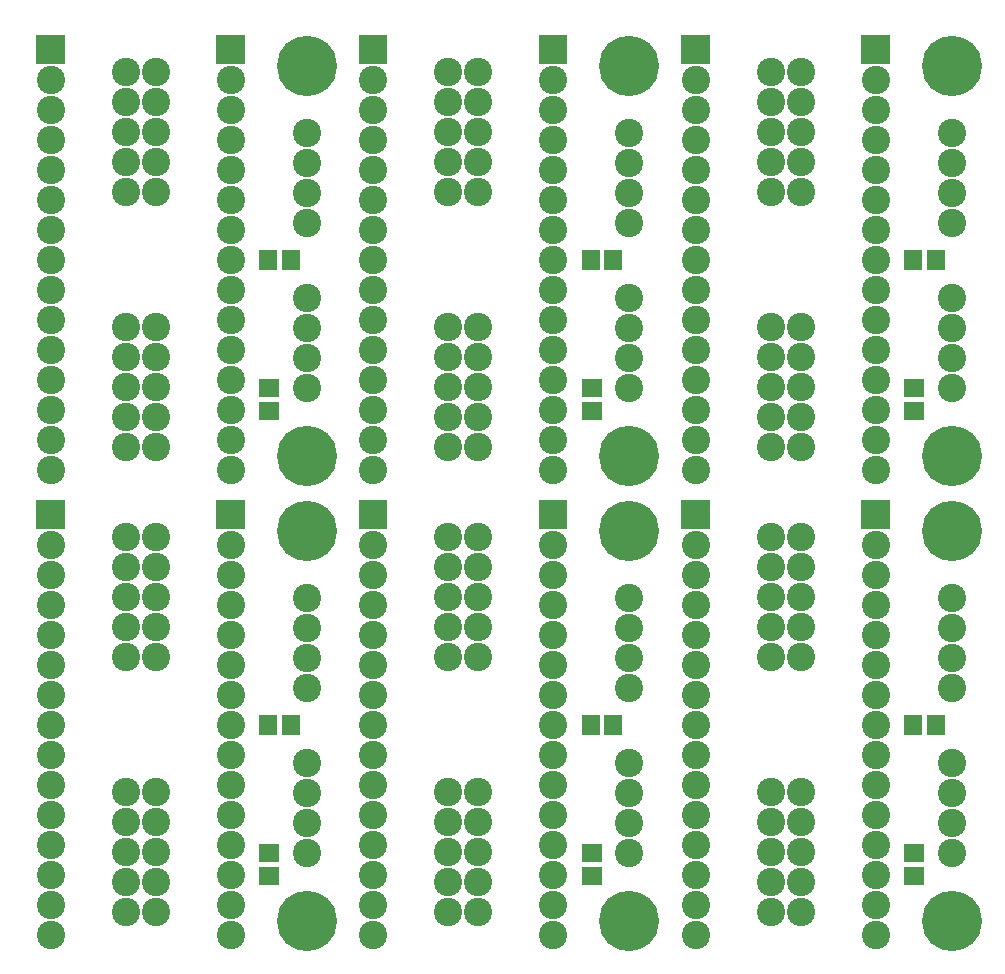
<source format=gbr>
%FSLAX34Y34*%
%MOMM*%
%LNSOLDERMASK_TOP*%
G71*
G01*
%ADD10C, 2.124*%
%ADD11C, 2.400*%
%ADD12R, 1.500X1.800*%
%ADD13R, 1.800X1.500*%
%ADD14C, 5.100*%
%LPD*%
X126200Y-278546D02*
G54D10*
D03*
X100800Y-278546D02*
G54D10*
D03*
X126200Y-303946D02*
G54D10*
D03*
X100800Y-303946D02*
G54D10*
D03*
X126200Y-329346D02*
G54D10*
D03*
X100800Y-329346D02*
G54D10*
D03*
X126200Y-354746D02*
G54D10*
D03*
X100800Y-354746D02*
G54D10*
D03*
X126200Y-380146D02*
G54D10*
D03*
X100800Y-380146D02*
G54D10*
D03*
G36*
X178200Y-32096D02*
X201200Y-32096D01*
X201200Y-55096D01*
X178200Y-55096D01*
X178200Y-32096D01*
G37*
G36*
X25800Y-32096D02*
X48800Y-32096D01*
X48800Y-55096D01*
X25800Y-55096D01*
X25800Y-32096D01*
G37*
X126200Y-62646D02*
G54D10*
D03*
X100800Y-62646D02*
G54D10*
D03*
X126200Y-88046D02*
G54D10*
D03*
X100800Y-88046D02*
G54D10*
D03*
X126200Y-113446D02*
G54D10*
D03*
X100800Y-113446D02*
G54D10*
D03*
X126200Y-138846D02*
G54D10*
D03*
X100800Y-138846D02*
G54D10*
D03*
X126200Y-164246D02*
G54D10*
D03*
X100800Y-164246D02*
G54D10*
D03*
G36*
X25300Y-31596D02*
X49300Y-31596D01*
X49300Y-55596D01*
X25300Y-55596D01*
X25300Y-31596D01*
G37*
G36*
X177700Y-31596D02*
X201700Y-31596D01*
X201700Y-55596D01*
X177700Y-55596D01*
X177700Y-31596D01*
G37*
X37300Y-68996D02*
G54D11*
D03*
X37300Y-94396D02*
G54D11*
D03*
X37300Y-119742D02*
G54D11*
D03*
X37300Y-145196D02*
G54D11*
D03*
X37300Y-170596D02*
G54D11*
D03*
X37300Y-195996D02*
G54D11*
D03*
X37300Y-221396D02*
G54D11*
D03*
X37300Y-246796D02*
G54D11*
D03*
X37300Y-272196D02*
G54D11*
D03*
X37300Y-297596D02*
G54D11*
D03*
X37300Y-322996D02*
G54D11*
D03*
X37300Y-348396D02*
G54D11*
D03*
X37300Y-373796D02*
G54D11*
D03*
X37300Y-399196D02*
G54D11*
D03*
X189700Y-399196D02*
G54D11*
D03*
X189700Y-373796D02*
G54D11*
D03*
X189700Y-348396D02*
G54D11*
D03*
X189700Y-322996D02*
G54D11*
D03*
X189700Y-297596D02*
G54D11*
D03*
X189700Y-272196D02*
G54D11*
D03*
X189700Y-246796D02*
G54D11*
D03*
X189700Y-221396D02*
G54D11*
D03*
X189700Y-195996D02*
G54D11*
D03*
X189700Y-170596D02*
G54D11*
D03*
X189700Y-145196D02*
G54D11*
D03*
X189700Y-119796D02*
G54D11*
D03*
X189700Y-94396D02*
G54D11*
D03*
X189700Y-68996D02*
G54D11*
D03*
X100800Y-62646D02*
G54D11*
D03*
X126200Y-62646D02*
G54D11*
D03*
X126200Y-88046D02*
G54D11*
D03*
X100800Y-88046D02*
G54D11*
D03*
X100800Y-113446D02*
G54D11*
D03*
X100800Y-138846D02*
G54D11*
D03*
X100800Y-164246D02*
G54D11*
D03*
X126200Y-164246D02*
G54D11*
D03*
X126200Y-138846D02*
G54D11*
D03*
X126200Y-113446D02*
G54D11*
D03*
X100800Y-278546D02*
G54D11*
D03*
X126200Y-278546D02*
G54D11*
D03*
X126200Y-303946D02*
G54D11*
D03*
X100800Y-303946D02*
G54D11*
D03*
X100800Y-329346D02*
G54D11*
D03*
X126200Y-329346D02*
G54D11*
D03*
X126200Y-354746D02*
G54D11*
D03*
X100800Y-354746D02*
G54D11*
D03*
X100800Y-380146D02*
G54D11*
D03*
X126200Y-380146D02*
G54D11*
D03*
X254000Y-190500D02*
G54D11*
D03*
X254000Y-165100D02*
G54D11*
D03*
X254000Y-139700D02*
G54D11*
D03*
X254000Y-114300D02*
G54D11*
D03*
X254000Y-330200D02*
G54D11*
D03*
X254000Y-304800D02*
G54D11*
D03*
X254000Y-279400D02*
G54D11*
D03*
X254000Y-254000D02*
G54D11*
D03*
X221396Y-221396D02*
G54D12*
D03*
X240396Y-221396D02*
G54D12*
D03*
X222250Y-330200D02*
G54D13*
D03*
X222250Y-349200D02*
G54D13*
D03*
X254000Y-190500D02*
G54D11*
D03*
X254000Y-330200D02*
G54D11*
D03*
X254000Y-387350D02*
G54D14*
D03*
X254000Y-57150D02*
G54D14*
D03*
X399250Y-278546D02*
G54D10*
D03*
X373850Y-278546D02*
G54D10*
D03*
X399250Y-303946D02*
G54D10*
D03*
X373850Y-303946D02*
G54D10*
D03*
X399250Y-329346D02*
G54D10*
D03*
X373850Y-329346D02*
G54D10*
D03*
X399250Y-354746D02*
G54D10*
D03*
X373850Y-354746D02*
G54D10*
D03*
X399250Y-380146D02*
G54D10*
D03*
X373850Y-380146D02*
G54D10*
D03*
G36*
X451250Y-32096D02*
X474250Y-32096D01*
X474250Y-55096D01*
X451250Y-55096D01*
X451250Y-32096D01*
G37*
G36*
X298850Y-32096D02*
X321850Y-32096D01*
X321850Y-55096D01*
X298850Y-55096D01*
X298850Y-32096D01*
G37*
X399250Y-62646D02*
G54D10*
D03*
X373850Y-62646D02*
G54D10*
D03*
X399250Y-88046D02*
G54D10*
D03*
X373850Y-88046D02*
G54D10*
D03*
X399250Y-113446D02*
G54D10*
D03*
X373850Y-113446D02*
G54D10*
D03*
X399250Y-138846D02*
G54D10*
D03*
X373850Y-138846D02*
G54D10*
D03*
X399250Y-164246D02*
G54D10*
D03*
X373850Y-164246D02*
G54D10*
D03*
G36*
X298350Y-31596D02*
X322350Y-31596D01*
X322350Y-55596D01*
X298350Y-55596D01*
X298350Y-31596D01*
G37*
G36*
X450750Y-31596D02*
X474750Y-31596D01*
X474750Y-55596D01*
X450750Y-55596D01*
X450750Y-31596D01*
G37*
X310350Y-68996D02*
G54D11*
D03*
X310350Y-94396D02*
G54D11*
D03*
X310350Y-119742D02*
G54D11*
D03*
X310350Y-145196D02*
G54D11*
D03*
X310350Y-170596D02*
G54D11*
D03*
X310350Y-195996D02*
G54D11*
D03*
X310350Y-221396D02*
G54D11*
D03*
X310350Y-246796D02*
G54D11*
D03*
X310350Y-272196D02*
G54D11*
D03*
X310350Y-297596D02*
G54D11*
D03*
X310350Y-322996D02*
G54D11*
D03*
X310350Y-348396D02*
G54D11*
D03*
X310350Y-373796D02*
G54D11*
D03*
X310350Y-399196D02*
G54D11*
D03*
X462750Y-399196D02*
G54D11*
D03*
X462750Y-373796D02*
G54D11*
D03*
X462750Y-348396D02*
G54D11*
D03*
X462750Y-322996D02*
G54D11*
D03*
X462750Y-297596D02*
G54D11*
D03*
X462750Y-272196D02*
G54D11*
D03*
X462750Y-246796D02*
G54D11*
D03*
X462750Y-221396D02*
G54D11*
D03*
X462750Y-195996D02*
G54D11*
D03*
X462750Y-170596D02*
G54D11*
D03*
X462750Y-145196D02*
G54D11*
D03*
X462750Y-119796D02*
G54D11*
D03*
X462750Y-94396D02*
G54D11*
D03*
X462750Y-68996D02*
G54D11*
D03*
X373850Y-62646D02*
G54D11*
D03*
X399250Y-62646D02*
G54D11*
D03*
X399250Y-88046D02*
G54D11*
D03*
X373850Y-88046D02*
G54D11*
D03*
X373850Y-113446D02*
G54D11*
D03*
X373850Y-138846D02*
G54D11*
D03*
X373850Y-164246D02*
G54D11*
D03*
X399250Y-164246D02*
G54D11*
D03*
X399250Y-138846D02*
G54D11*
D03*
X399250Y-113446D02*
G54D11*
D03*
X373850Y-278546D02*
G54D11*
D03*
X399250Y-278546D02*
G54D11*
D03*
X399250Y-303946D02*
G54D11*
D03*
X373850Y-303946D02*
G54D11*
D03*
X373850Y-329346D02*
G54D11*
D03*
X399250Y-329346D02*
G54D11*
D03*
X399250Y-354746D02*
G54D11*
D03*
X373850Y-354746D02*
G54D11*
D03*
X373850Y-380146D02*
G54D11*
D03*
X399250Y-380146D02*
G54D11*
D03*
X527050Y-190500D02*
G54D11*
D03*
X527050Y-165100D02*
G54D11*
D03*
X527050Y-139700D02*
G54D11*
D03*
X527050Y-114300D02*
G54D11*
D03*
X527050Y-330200D02*
G54D11*
D03*
X527050Y-304800D02*
G54D11*
D03*
X527050Y-279400D02*
G54D11*
D03*
X527050Y-254000D02*
G54D11*
D03*
X494446Y-221396D02*
G54D12*
D03*
X513446Y-221396D02*
G54D12*
D03*
X495300Y-330200D02*
G54D13*
D03*
X495300Y-349200D02*
G54D13*
D03*
X527050Y-190500D02*
G54D11*
D03*
X527050Y-330200D02*
G54D11*
D03*
X527050Y-387350D02*
G54D14*
D03*
X527050Y-57150D02*
G54D14*
D03*
X672300Y-278546D02*
G54D10*
D03*
X646900Y-278546D02*
G54D10*
D03*
X672300Y-303946D02*
G54D10*
D03*
X646900Y-303946D02*
G54D10*
D03*
X672300Y-329346D02*
G54D10*
D03*
X646900Y-329346D02*
G54D10*
D03*
X672300Y-354746D02*
G54D10*
D03*
X646900Y-354746D02*
G54D10*
D03*
X672300Y-380146D02*
G54D10*
D03*
X646900Y-380146D02*
G54D10*
D03*
G36*
X724300Y-32096D02*
X747300Y-32096D01*
X747300Y-55096D01*
X724300Y-55096D01*
X724300Y-32096D01*
G37*
G36*
X571900Y-32096D02*
X594900Y-32096D01*
X594900Y-55096D01*
X571900Y-55096D01*
X571900Y-32096D01*
G37*
X672300Y-62646D02*
G54D10*
D03*
X646900Y-62646D02*
G54D10*
D03*
X672300Y-88046D02*
G54D10*
D03*
X646900Y-88046D02*
G54D10*
D03*
X672300Y-113446D02*
G54D10*
D03*
X646900Y-113446D02*
G54D10*
D03*
X672300Y-138846D02*
G54D10*
D03*
X646900Y-138846D02*
G54D10*
D03*
X672300Y-164246D02*
G54D10*
D03*
X646900Y-164246D02*
G54D10*
D03*
G36*
X571400Y-31596D02*
X595400Y-31596D01*
X595400Y-55596D01*
X571400Y-55596D01*
X571400Y-31596D01*
G37*
G36*
X723800Y-31596D02*
X747800Y-31596D01*
X747800Y-55596D01*
X723800Y-55596D01*
X723800Y-31596D01*
G37*
X583400Y-68996D02*
G54D11*
D03*
X583400Y-94396D02*
G54D11*
D03*
X583400Y-119742D02*
G54D11*
D03*
X583400Y-145196D02*
G54D11*
D03*
X583400Y-170596D02*
G54D11*
D03*
X583400Y-195996D02*
G54D11*
D03*
X583400Y-221396D02*
G54D11*
D03*
X583400Y-246796D02*
G54D11*
D03*
X583400Y-272196D02*
G54D11*
D03*
X583400Y-297596D02*
G54D11*
D03*
X583400Y-322996D02*
G54D11*
D03*
X583400Y-348396D02*
G54D11*
D03*
X583400Y-373796D02*
G54D11*
D03*
X583400Y-399196D02*
G54D11*
D03*
X735800Y-399196D02*
G54D11*
D03*
X735800Y-373796D02*
G54D11*
D03*
X735800Y-348396D02*
G54D11*
D03*
X735800Y-322996D02*
G54D11*
D03*
X735800Y-297596D02*
G54D11*
D03*
X735800Y-272196D02*
G54D11*
D03*
X735800Y-246796D02*
G54D11*
D03*
X735800Y-221396D02*
G54D11*
D03*
X735800Y-195996D02*
G54D11*
D03*
X735800Y-170596D02*
G54D11*
D03*
X735800Y-145196D02*
G54D11*
D03*
X735800Y-119796D02*
G54D11*
D03*
X735800Y-94396D02*
G54D11*
D03*
X735800Y-68996D02*
G54D11*
D03*
X646900Y-62646D02*
G54D11*
D03*
X672300Y-62646D02*
G54D11*
D03*
X672300Y-88046D02*
G54D11*
D03*
X646900Y-88046D02*
G54D11*
D03*
X646900Y-113446D02*
G54D11*
D03*
X646900Y-138846D02*
G54D11*
D03*
X646900Y-164246D02*
G54D11*
D03*
X672300Y-164246D02*
G54D11*
D03*
X672300Y-138846D02*
G54D11*
D03*
X672300Y-113446D02*
G54D11*
D03*
X646900Y-278546D02*
G54D11*
D03*
X672300Y-278546D02*
G54D11*
D03*
X672300Y-303946D02*
G54D11*
D03*
X646900Y-303946D02*
G54D11*
D03*
X646900Y-329346D02*
G54D11*
D03*
X672300Y-329346D02*
G54D11*
D03*
X672300Y-354746D02*
G54D11*
D03*
X646900Y-354746D02*
G54D11*
D03*
X646900Y-380146D02*
G54D11*
D03*
X672300Y-380146D02*
G54D11*
D03*
X800100Y-190500D02*
G54D11*
D03*
X800100Y-165100D02*
G54D11*
D03*
X800100Y-139700D02*
G54D11*
D03*
X800100Y-114300D02*
G54D11*
D03*
X800100Y-330200D02*
G54D11*
D03*
X800100Y-304800D02*
G54D11*
D03*
X800100Y-279400D02*
G54D11*
D03*
X800100Y-254000D02*
G54D11*
D03*
X767496Y-221396D02*
G54D12*
D03*
X786496Y-221396D02*
G54D12*
D03*
X768350Y-330200D02*
G54D13*
D03*
X768350Y-349200D02*
G54D13*
D03*
X800100Y-190500D02*
G54D11*
D03*
X800100Y-330200D02*
G54D11*
D03*
X800100Y-387350D02*
G54D14*
D03*
X800100Y-57150D02*
G54D14*
D03*
X126200Y-672246D02*
G54D10*
D03*
X100800Y-672246D02*
G54D10*
D03*
X126200Y-697646D02*
G54D10*
D03*
X100800Y-697646D02*
G54D10*
D03*
X126200Y-723046D02*
G54D10*
D03*
X100800Y-723046D02*
G54D10*
D03*
X126200Y-748446D02*
G54D10*
D03*
X100800Y-748446D02*
G54D10*
D03*
X126200Y-773846D02*
G54D10*
D03*
X100800Y-773846D02*
G54D10*
D03*
G36*
X178200Y-425796D02*
X201200Y-425796D01*
X201200Y-448796D01*
X178200Y-448796D01*
X178200Y-425796D01*
G37*
G36*
X25800Y-425796D02*
X48800Y-425796D01*
X48800Y-448796D01*
X25800Y-448796D01*
X25800Y-425796D01*
G37*
X126200Y-456346D02*
G54D10*
D03*
X100800Y-456346D02*
G54D10*
D03*
X126200Y-481746D02*
G54D10*
D03*
X100800Y-481746D02*
G54D10*
D03*
X126200Y-507146D02*
G54D10*
D03*
X100800Y-507146D02*
G54D10*
D03*
X126200Y-532546D02*
G54D10*
D03*
X100800Y-532546D02*
G54D10*
D03*
X126200Y-557946D02*
G54D10*
D03*
X100800Y-557946D02*
G54D10*
D03*
G36*
X25300Y-425296D02*
X49300Y-425296D01*
X49300Y-449296D01*
X25300Y-449296D01*
X25300Y-425296D01*
G37*
G36*
X177700Y-425296D02*
X201700Y-425296D01*
X201700Y-449296D01*
X177700Y-449296D01*
X177700Y-425296D01*
G37*
X37300Y-462696D02*
G54D11*
D03*
X37300Y-488096D02*
G54D11*
D03*
X37300Y-513442D02*
G54D11*
D03*
X37300Y-538896D02*
G54D11*
D03*
X37300Y-564296D02*
G54D11*
D03*
X37300Y-589696D02*
G54D11*
D03*
X37300Y-615096D02*
G54D11*
D03*
X37300Y-640496D02*
G54D11*
D03*
X37300Y-665896D02*
G54D11*
D03*
X37300Y-691296D02*
G54D11*
D03*
X37300Y-716696D02*
G54D11*
D03*
X37300Y-742096D02*
G54D11*
D03*
X37300Y-767496D02*
G54D11*
D03*
X37300Y-792896D02*
G54D11*
D03*
X189700Y-792896D02*
G54D11*
D03*
X189700Y-767496D02*
G54D11*
D03*
X189700Y-742096D02*
G54D11*
D03*
X189700Y-716696D02*
G54D11*
D03*
X189700Y-691296D02*
G54D11*
D03*
X189700Y-665896D02*
G54D11*
D03*
X189700Y-640496D02*
G54D11*
D03*
X189700Y-615096D02*
G54D11*
D03*
X189700Y-589696D02*
G54D11*
D03*
X189700Y-564296D02*
G54D11*
D03*
X189700Y-538896D02*
G54D11*
D03*
X189700Y-513496D02*
G54D11*
D03*
X189700Y-488096D02*
G54D11*
D03*
X189700Y-462696D02*
G54D11*
D03*
X100800Y-456346D02*
G54D11*
D03*
X126200Y-456346D02*
G54D11*
D03*
X126200Y-481746D02*
G54D11*
D03*
X100800Y-481746D02*
G54D11*
D03*
X100800Y-507146D02*
G54D11*
D03*
X100800Y-532546D02*
G54D11*
D03*
X100800Y-557946D02*
G54D11*
D03*
X126200Y-557946D02*
G54D11*
D03*
X126200Y-532546D02*
G54D11*
D03*
X126200Y-507146D02*
G54D11*
D03*
X100800Y-672246D02*
G54D11*
D03*
X126200Y-672246D02*
G54D11*
D03*
X126200Y-697646D02*
G54D11*
D03*
X100800Y-697646D02*
G54D11*
D03*
X100800Y-723046D02*
G54D11*
D03*
X126200Y-723046D02*
G54D11*
D03*
X126200Y-748446D02*
G54D11*
D03*
X100800Y-748446D02*
G54D11*
D03*
X100800Y-773846D02*
G54D11*
D03*
X126200Y-773846D02*
G54D11*
D03*
X254000Y-584200D02*
G54D11*
D03*
X254000Y-558800D02*
G54D11*
D03*
X254000Y-533400D02*
G54D11*
D03*
X254000Y-508000D02*
G54D11*
D03*
X254000Y-723900D02*
G54D11*
D03*
X254000Y-698500D02*
G54D11*
D03*
X254000Y-673100D02*
G54D11*
D03*
X254000Y-647700D02*
G54D11*
D03*
X221396Y-615096D02*
G54D12*
D03*
X240396Y-615096D02*
G54D12*
D03*
X222250Y-723900D02*
G54D13*
D03*
X222250Y-742900D02*
G54D13*
D03*
X254000Y-584200D02*
G54D11*
D03*
X254000Y-723900D02*
G54D11*
D03*
X254000Y-781050D02*
G54D14*
D03*
X254000Y-450850D02*
G54D14*
D03*
X399250Y-672246D02*
G54D10*
D03*
X373850Y-672246D02*
G54D10*
D03*
X399250Y-697646D02*
G54D10*
D03*
X373850Y-697646D02*
G54D10*
D03*
X399250Y-723046D02*
G54D10*
D03*
X373850Y-723046D02*
G54D10*
D03*
X399250Y-748446D02*
G54D10*
D03*
X373850Y-748446D02*
G54D10*
D03*
X399250Y-773846D02*
G54D10*
D03*
X373850Y-773846D02*
G54D10*
D03*
G36*
X451250Y-425796D02*
X474250Y-425796D01*
X474250Y-448796D01*
X451250Y-448796D01*
X451250Y-425796D01*
G37*
G36*
X298850Y-425796D02*
X321850Y-425796D01*
X321850Y-448796D01*
X298850Y-448796D01*
X298850Y-425796D01*
G37*
X399250Y-456346D02*
G54D10*
D03*
X373850Y-456346D02*
G54D10*
D03*
X399250Y-481746D02*
G54D10*
D03*
X373850Y-481746D02*
G54D10*
D03*
X399250Y-507146D02*
G54D10*
D03*
X373850Y-507146D02*
G54D10*
D03*
X399250Y-532546D02*
G54D10*
D03*
X373850Y-532546D02*
G54D10*
D03*
X399250Y-557946D02*
G54D10*
D03*
X373850Y-557946D02*
G54D10*
D03*
G36*
X298350Y-425296D02*
X322350Y-425296D01*
X322350Y-449296D01*
X298350Y-449296D01*
X298350Y-425296D01*
G37*
G36*
X450750Y-425296D02*
X474750Y-425296D01*
X474750Y-449296D01*
X450750Y-449296D01*
X450750Y-425296D01*
G37*
X310350Y-462696D02*
G54D11*
D03*
X310350Y-488096D02*
G54D11*
D03*
X310350Y-513442D02*
G54D11*
D03*
X310350Y-538896D02*
G54D11*
D03*
X310350Y-564296D02*
G54D11*
D03*
X310350Y-589696D02*
G54D11*
D03*
X310350Y-615096D02*
G54D11*
D03*
X310350Y-640496D02*
G54D11*
D03*
X310350Y-665896D02*
G54D11*
D03*
X310350Y-691296D02*
G54D11*
D03*
X310350Y-716696D02*
G54D11*
D03*
X310350Y-742096D02*
G54D11*
D03*
X310350Y-767496D02*
G54D11*
D03*
X310350Y-792896D02*
G54D11*
D03*
X462750Y-792896D02*
G54D11*
D03*
X462750Y-767496D02*
G54D11*
D03*
X462750Y-742096D02*
G54D11*
D03*
X462750Y-716696D02*
G54D11*
D03*
X462750Y-691296D02*
G54D11*
D03*
X462750Y-665896D02*
G54D11*
D03*
X462750Y-640496D02*
G54D11*
D03*
X462750Y-615096D02*
G54D11*
D03*
X462750Y-589696D02*
G54D11*
D03*
X462750Y-564296D02*
G54D11*
D03*
X462750Y-538896D02*
G54D11*
D03*
X462750Y-513496D02*
G54D11*
D03*
X462750Y-488096D02*
G54D11*
D03*
X462750Y-462696D02*
G54D11*
D03*
X373850Y-456346D02*
G54D11*
D03*
X399250Y-456346D02*
G54D11*
D03*
X399250Y-481746D02*
G54D11*
D03*
X373850Y-481746D02*
G54D11*
D03*
X373850Y-507146D02*
G54D11*
D03*
X373850Y-532546D02*
G54D11*
D03*
X373850Y-557946D02*
G54D11*
D03*
X399250Y-557946D02*
G54D11*
D03*
X399250Y-532546D02*
G54D11*
D03*
X399250Y-507146D02*
G54D11*
D03*
X373850Y-672246D02*
G54D11*
D03*
X399250Y-672246D02*
G54D11*
D03*
X399250Y-697646D02*
G54D11*
D03*
X373850Y-697646D02*
G54D11*
D03*
X373850Y-723046D02*
G54D11*
D03*
X399250Y-723046D02*
G54D11*
D03*
X399250Y-748446D02*
G54D11*
D03*
X373850Y-748446D02*
G54D11*
D03*
X373850Y-773846D02*
G54D11*
D03*
X399250Y-773846D02*
G54D11*
D03*
X527050Y-584200D02*
G54D11*
D03*
X527050Y-558800D02*
G54D11*
D03*
X527050Y-533400D02*
G54D11*
D03*
X527050Y-508000D02*
G54D11*
D03*
X527050Y-723900D02*
G54D11*
D03*
X527050Y-698500D02*
G54D11*
D03*
X527050Y-673100D02*
G54D11*
D03*
X527050Y-647700D02*
G54D11*
D03*
X494446Y-615096D02*
G54D12*
D03*
X513446Y-615096D02*
G54D12*
D03*
X495300Y-723900D02*
G54D13*
D03*
X495300Y-742900D02*
G54D13*
D03*
X527050Y-584200D02*
G54D11*
D03*
X527050Y-723900D02*
G54D11*
D03*
X527050Y-781050D02*
G54D14*
D03*
X527050Y-450850D02*
G54D14*
D03*
X672300Y-672246D02*
G54D10*
D03*
X646900Y-672246D02*
G54D10*
D03*
X672300Y-697646D02*
G54D10*
D03*
X646900Y-697646D02*
G54D10*
D03*
X672300Y-723046D02*
G54D10*
D03*
X646900Y-723046D02*
G54D10*
D03*
X672300Y-748446D02*
G54D10*
D03*
X646900Y-748446D02*
G54D10*
D03*
X672300Y-773846D02*
G54D10*
D03*
X646900Y-773846D02*
G54D10*
D03*
G36*
X724300Y-425796D02*
X747300Y-425796D01*
X747300Y-448796D01*
X724300Y-448796D01*
X724300Y-425796D01*
G37*
G36*
X571900Y-425796D02*
X594900Y-425796D01*
X594900Y-448796D01*
X571900Y-448796D01*
X571900Y-425796D01*
G37*
X672300Y-456346D02*
G54D10*
D03*
X646900Y-456346D02*
G54D10*
D03*
X672300Y-481746D02*
G54D10*
D03*
X646900Y-481746D02*
G54D10*
D03*
X672300Y-507146D02*
G54D10*
D03*
X646900Y-507146D02*
G54D10*
D03*
X672300Y-532546D02*
G54D10*
D03*
X646900Y-532546D02*
G54D10*
D03*
X672300Y-557946D02*
G54D10*
D03*
X646900Y-557946D02*
G54D10*
D03*
G36*
X571400Y-425296D02*
X595400Y-425296D01*
X595400Y-449296D01*
X571400Y-449296D01*
X571400Y-425296D01*
G37*
G36*
X723800Y-425296D02*
X747800Y-425296D01*
X747800Y-449296D01*
X723800Y-449296D01*
X723800Y-425296D01*
G37*
X583400Y-462696D02*
G54D11*
D03*
X583400Y-488096D02*
G54D11*
D03*
X583400Y-513442D02*
G54D11*
D03*
X583400Y-538896D02*
G54D11*
D03*
X583400Y-564296D02*
G54D11*
D03*
X583400Y-589696D02*
G54D11*
D03*
X583400Y-615096D02*
G54D11*
D03*
X583400Y-640496D02*
G54D11*
D03*
X583400Y-665896D02*
G54D11*
D03*
X583400Y-691296D02*
G54D11*
D03*
X583400Y-716696D02*
G54D11*
D03*
X583400Y-742096D02*
G54D11*
D03*
X583400Y-767496D02*
G54D11*
D03*
X583400Y-792896D02*
G54D11*
D03*
X735800Y-792896D02*
G54D11*
D03*
X735800Y-767496D02*
G54D11*
D03*
X735800Y-742096D02*
G54D11*
D03*
X735800Y-716696D02*
G54D11*
D03*
X735800Y-691296D02*
G54D11*
D03*
X735800Y-665896D02*
G54D11*
D03*
X735800Y-640496D02*
G54D11*
D03*
X735800Y-615096D02*
G54D11*
D03*
X735800Y-589696D02*
G54D11*
D03*
X735800Y-564296D02*
G54D11*
D03*
X735800Y-538896D02*
G54D11*
D03*
X735800Y-513496D02*
G54D11*
D03*
X735800Y-488096D02*
G54D11*
D03*
X735800Y-462696D02*
G54D11*
D03*
X646900Y-456346D02*
G54D11*
D03*
X672300Y-456346D02*
G54D11*
D03*
X672300Y-481746D02*
G54D11*
D03*
X646900Y-481746D02*
G54D11*
D03*
X646900Y-507146D02*
G54D11*
D03*
X646900Y-532546D02*
G54D11*
D03*
X646900Y-557946D02*
G54D11*
D03*
X672300Y-557946D02*
G54D11*
D03*
X672300Y-532546D02*
G54D11*
D03*
X672300Y-507146D02*
G54D11*
D03*
X646900Y-672246D02*
G54D11*
D03*
X672300Y-672246D02*
G54D11*
D03*
X672300Y-697646D02*
G54D11*
D03*
X646900Y-697646D02*
G54D11*
D03*
X646900Y-723046D02*
G54D11*
D03*
X672300Y-723046D02*
G54D11*
D03*
X672300Y-748446D02*
G54D11*
D03*
X646900Y-748446D02*
G54D11*
D03*
X646900Y-773846D02*
G54D11*
D03*
X672300Y-773846D02*
G54D11*
D03*
X800100Y-584200D02*
G54D11*
D03*
X800100Y-558800D02*
G54D11*
D03*
X800100Y-533400D02*
G54D11*
D03*
X800100Y-508000D02*
G54D11*
D03*
X800100Y-723900D02*
G54D11*
D03*
X800100Y-698500D02*
G54D11*
D03*
X800100Y-673100D02*
G54D11*
D03*
X800100Y-647700D02*
G54D11*
D03*
X767496Y-615096D02*
G54D12*
D03*
X786496Y-615096D02*
G54D12*
D03*
X768350Y-723900D02*
G54D13*
D03*
X768350Y-742900D02*
G54D13*
D03*
X800100Y-584200D02*
G54D11*
D03*
X800100Y-723900D02*
G54D11*
D03*
X800100Y-781050D02*
G54D14*
D03*
X800100Y-450850D02*
G54D14*
D03*
M02*

</source>
